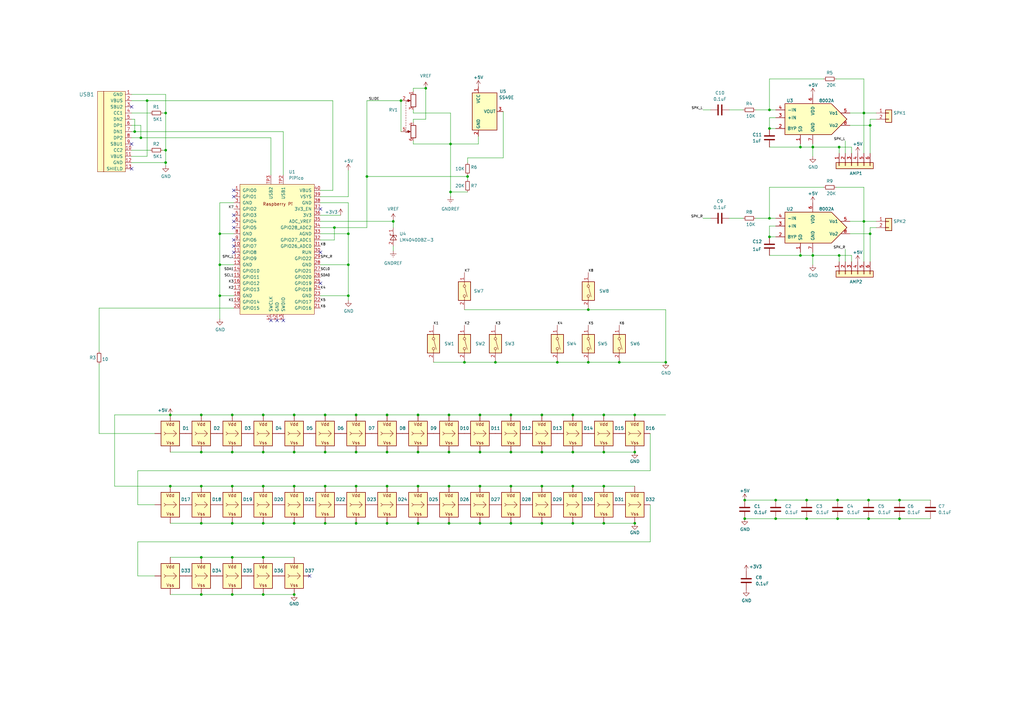
<source format=kicad_sch>
(kicad_sch (version 20231120) (generator "eeschema") (generator_version "8.0")
  (paper "A3")
  (lib_symbols
    (symbol "Connector_Generic:Conn_01x02" (pin_names (offset 1.016) hide)
      (property "Reference" "J" (at 0 2.54 0))
      (property "Value" "Conn_01x02" (at 0 -5.08 0))
      (symbol "Conn_01x02_1_1"
        (pin passive line (at -5.08 0 0) (length 3.81) (name "Pin_1") (number "1"))
        (pin passive line (at -5.08 -2.54 0) (length 3.81) (name "Pin_2") (number "2"))
      )
    )
    (symbol "Connector_Generic:Conn_01x06" (pin_names (offset 1.016) hide)
      (property "Reference" "J" (at 0 7.62 0))
      (property "Value" "Conn_01x06" (at 0 -10.16 0))
      (symbol "Conn_01x06_1_1"
        (pin passive line (at -5.08 5.08 0) (length 3.81) (name "Pin_1") (number "1"))
        (pin passive line (at -5.08 2.54 0) (length 3.81) (name "Pin_2") (number "2"))
        (pin passive line (at -5.08 0 0) (length 3.81) (name "Pin_3") (number "3"))
        (pin passive line (at -5.08 -2.54 0) (length 3.81) (name "Pin_4") (number "4"))
        (pin passive line (at -5.08 -5.08 0) (length 3.81) (name "Pin_5") (number "5"))
        (pin passive line (at -5.08 -7.62 0) (length 3.81) (name "Pin_6") (number "6"))
      )
    )
    (symbol "Device:C" (pin_numbers hide) (pin_names (offset 0.254))
      (property "Reference" "C" (at 0.635 2.54 0))
      (property "Value" "C" (at 0.635 -2.54 0))
      (symbol "C_1_1"
        (pin passive line (at 0 3.81 270) (length 2.794) (name "~") (number "1"))
        (pin passive line (at 0 -3.81 90) (length 2.794) (name "~") (number "2"))
      )
    )
    (symbol "Device:R_Potentiometer_Dual" (pin_names (offset 1.016) hide)
      (property "Reference" "RV" (at 0 3.81 0))
      (property "Value" "R_Potentiometer_Dual" (at 0 1.905 0))
      (symbol "R_Potentiometer_Dual_1_1"
        (pin passive line (at -10.16 -2.54 0) (length 1.27) (name "1") (number "1"))
        (pin passive line (at -6.35 2.54 270) (length 2.54) (name "2") (number "2"))
        (pin passive line (at -2.54 -2.54 180) (length 1.27) (name "3") (number "3"))
        (pin passive line (at 2.54 -2.54 0) (length 1.27) (name "4") (number "4"))
        (pin passive line (at 6.35 2.54 270) (length 2.54) (name "5") (number "5"))
        (pin passive line (at 10.16 -2.54 180) (length 1.27) (name "6") (number "6"))
      )
    )
    (symbol "Device:R_Small" (pin_numbers hide) (pin_names (offset 0.254) hide)
      (property "Reference" "R" (at 0.762 0.508 0))
      (property "Value" "R_Small" (at 0.762 -1.016 0))
      (symbol "R_Small_1_1"
        (pin passive line (at 0 2.54 270) (length 0.762) (name "~") (number "1"))
        (pin passive line (at 0 -2.54 90) (length 0.762) (name "~") (number "2"))
      )
    )
    (symbol "Reference_Voltage:LM4040DBZ-3" (pin_names (offset 0.0254) hide)
      (property "Reference" "U" (at 0 2.54 0))
      (property "Value" "LM4040DBZ-3" (at 0 -3.175 0))
      (symbol "LM4040DBZ-3_1_1"
        (pin passive line (at 3.81 0 180) (length 2.54) (name "K") (number "1"))
        (pin passive line (at -3.81 0 0) (length 2.54) (name "A") (number "2"))
        (pin no_connect line (at -1.27 0 0) (length 2.54) hide (name "NC") (number "3"))
      )
    )
    (symbol "Switch:SW_DIP_x01" (pin_names (offset 0) hide)
      (property "Reference" "SW" (at 0 3.81 0))
      (property "Value" "SW_DIP_x01" (at 0 -3.81 0))
      (symbol "SW_DIP_x01_1_1"
        (pin passive line (at -7.62 0 0) (length 5.08) (name "~") (number "1"))
        (pin passive line (at 7.62 0 180) (length 5.08) (name "~") (number "2"))
      )
    )
    (symbol "Type-C:HRO-TYPE-C-31-M-12" (pin_names (offset 1.016))
      (property "Reference" "USB" (at -5.08 16.51 0))
      (property "Value" "HRO-TYPE-C-31-M-12" (at -10.16 -1.27 90))
      (symbol "HRO-TYPE-C-31-M-12_1_1"
        (pin input line (at 2.54 13.97 180) (length 2.54) (name "GND") (number "1"))
        (pin input line (at 2.54 -8.89 180) (length 2.54) (name "CC2") (number "10"))
        (pin input line (at 2.54 -11.43 180) (length 2.54) (name "VBUS") (number "11"))
        (pin input line (at 2.54 -13.97 180) (length 2.54) (name "GND") (number "12"))
        (pin input line (at 2.54 -16.51 180) (length 2.54) (name "SHIELD") (number "13"))
        (pin input line (at 2.54 11.43 180) (length 2.54) (name "VBUS") (number "2"))
        (pin input line (at 2.54 8.89 180) (length 2.54) (name "SBU2") (number "3"))
        (pin input line (at 2.54 6.35 180) (length 2.54) (name "CC1") (number "4"))
        (pin input line (at 2.54 3.81 180) (length 2.54) (name "DN2") (number "5"))
        (pin input line (at 2.54 1.27 180) (length 2.54) (name "DP1") (number "6"))
        (pin input line (at 2.54 -1.27 180) (length 2.54) (name "DN1") (number "7"))
        (pin input line (at 2.54 -3.81 180) (length 2.54) (name "DP2") (number "8"))
        (pin input line (at 2.54 -6.35 180) (length 2.54) (name "SBU1") (number "9"))
      )
    )
    (symbol "geki_main:8002A" (pin_names (offset 1.016))
      (property "Reference" "U" (at 7.62 -7.62 0))
      (property "Value" "8002A" (at -10.795 7.62 0))
      (symbol "8002A_1_1"
        (pin input line (at -5.08 -10.16 90) (length 3.81) (name "SD") (number "1"))
        (pin input line (at -15.24 -3.81 0) (length 3.81) (name "BYP") (number "2"))
        (pin input line (at -15.24 0.635 0) (length 3.81) (name "+IN") (number "3"))
        (pin input line (at -15.24 3.81 0) (length 3.81) (name "-IN") (number "4"))
        (pin output line (at 15.24 2.54 180) (length 3.81) (name "Vo1") (number "5"))
        (pin power_in line (at 0 10.16 270) (length 3.81) (name "VDD") (number "6"))
        (pin power_in line (at 0 -10.16 90) (length 3.81) (name "GND") (number "7"))
        (pin output line (at 15.24 -2.54 180) (length 3.81) (name "Vo2") (number "8"))
      )
    )
    (symbol "geki_main:PiPico" (pin_names (offset 1.016))
      (property "Reference" "U" (at -13.97 27.94 0))
      (property "Value" "PiPico" (at 0.254 16.002 0))
      (symbol "PiPico_0_0"
        (text "Raspberry Pi" (at 0.254 18.542 0) (effects (font (size 1.27 1.27))))
      )
      (symbol "PiPico_1_1"
        (pin bidirectional line (at -17.78 24.13 0) (length 2.54) (name "GPIO0") (number "1"))
        (pin bidirectional line (at -17.78 1.27 0) (length 2.54) (name "GPIO7") (number "10"))
        (pin bidirectional line (at -17.78 -1.27 0) (length 2.54) (name "GPIO8") (number "11"))
        (pin bidirectional line (at -17.78 -3.81 0) (length 2.54) (name "GPIO9") (number "12"))
        (pin power_in line (at -17.78 -6.35 0) (length 2.54) (name "GND") (number "13"))
        (pin bidirectional line (at -17.78 -8.89 0) (length 2.54) (name "GPIO10") (number "14"))
        (pin bidirectional line (at -17.78 -11.43 0) (length 2.54) (name "GPIO11") (number "15"))
        (pin bidirectional line (at -17.78 -13.97 0) (length 2.54) (name "GPIO12") (number "16"))
        (pin bidirectional line (at -17.78 -16.51 0) (length 2.54) (name "GPIO13") (number "17"))
        (pin power_in line (at -17.78 -19.05 0) (length 2.54) (name "GND") (number "18"))
        (pin bidirectional line (at -17.78 -21.59 0) (length 2.54) (name "GPIO14") (number "19"))
        (pin bidirectional line (at -17.78 21.59 0) (length 2.54) (name "GPIO1") (number "2"))
        (pin bidirectional line (at -17.78 -24.13 0) (length 2.54) (name "GPIO15") (number "20"))
        (pin bidirectional line (at 17.78 -24.13 180) (length 2.54) (name "GPIO16") (number "21"))
        (pin bidirectional line (at 17.78 -21.59 180) (length 2.54) (name "GPIO17") (number "22"))
        (pin power_in line (at 17.78 -19.05 180) (length 2.54) (name "GND") (number "23"))
        (pin bidirectional line (at 17.78 -16.51 180) (length 2.54) (name "GPIO18") (number "24"))
        (pin bidirectional line (at 17.78 -13.97 180) (length 2.54) (name "GPIO19") (number "25"))
        (pin bidirectional line (at 17.78 -11.43 180) (length 2.54) (name "GPIO20") (number "26"))
        (pin bidirectional line (at 17.78 -8.89 180) (length 2.54) (name "GPIO21") (number "27"))
        (pin power_in line (at 17.78 -6.35 180) (length 2.54) (name "GND") (number "28"))
        (pin bidirectional line (at 17.78 -3.81 180) (length 2.54) (name "GPIO22") (number "29"))
        (pin power_in line (at -17.78 19.05 0) (length 2.54) (name "GND") (number "3"))
        (pin input line (at 17.78 -1.27 180) (length 2.54) (name "RUN") (number "30"))
        (pin bidirectional line (at 17.78 1.27 180) (length 2.54) (name "GPIO26_ADC0") (number "31"))
        (pin bidirectional line (at 17.78 3.81 180) (length 2.54) (name "GPIO27_ADC1") (number "32"))
        (pin power_in line (at 17.78 6.35 180) (length 2.54) (name "AGND") (number "33"))
        (pin bidirectional line (at 17.78 8.89 180) (length 2.54) (name "GPIO28_ADC2") (number "34"))
        (pin unspecified line (at 17.78 11.43 180) (length 2.54) (name "ADC_VREF") (number "35"))
        (pin unspecified line (at 17.78 13.97 180) (length 2.54) (name "3V3") (number "36"))
        (pin input line (at 17.78 16.51 180) (length 2.54) (name "3V3_EN") (number "37"))
        (pin bidirectional line (at 17.78 19.05 180) (length 2.54) (name "GND") (number "38"))
        (pin unspecified line (at 17.78 21.59 180) (length 2.54) (name "VSYS") (number "39"))
        (pin bidirectional line (at -17.78 16.51 0) (length 2.54) (name "GPIO2") (number "4"))
        (pin unspecified line (at 17.78 24.13 180) (length 2.54) (name "VBUS") (number "40"))
        (pin input line (at -2.54 -29.21 90) (length 2.54) (name "SWCLK") (number "41"))
        (pin power_in line (at 0 -29.21 90) (length 2.54) (name "GND") (number "42"))
        (pin bidirectional line (at 2.54 -29.21 90) (length 2.54) (name "SWDIO") (number "43"))
        (pin bidirectional line (at -17.78 13.97 0) (length 2.54) (name "GPIO3") (number "5"))
        (pin bidirectional line (at -17.78 11.43 0) (length 2.54) (name "GPIO4") (number "6"))
        (pin bidirectional line (at -17.78 8.89 0) (length 2.54) (name "GPIO5") (number "7"))
        (pin power_in line (at -17.78 6.35 0) (length 2.54) (name "GND") (number "8"))
        (pin bidirectional line (at -17.78 3.81 0) (length 2.54) (name "GPIO6") (number "9"))
        (pin bidirectional line (at 2.54 30.48 270) (length 3.81) (name "USB1") (number "TP2"))
        (pin bidirectional line (at -2.54 30.48 270) (length 3.81) (name "USB2") (number "TP3"))
      )
    )
    (symbol "geki_main:SS49E"
      (property "Reference" "U" (at 0 11.43 0))
      (property "Value" "SS49E" (at 0 8.89 0))
      (symbol "SS49E_1_1"
        (pin power_in line (at -2.54 10.16 270) (length 2.54) (name "VCC") (number "1"))
        (pin power_in line (at -2.54 -10.16 90) (length 2.54) (name "GND") (number "2"))
        (pin output line (at 7.62 0 180) (length 2.54) (name "VOUT") (number "3"))
      )
    )
    (symbol "geki_main:WS2812B_Unified" (pin_numbers hide) (pin_names (offset 0.254) hide)
      (property "Reference" "D10" (at 2.54 6.35 0))
      (symbol "WS2812B_Unified_0_0"
        (text "Vdd" (at 0 3.81 0) (effects (font (size 1.27 1.27))))
        (text "Vss" (at 0 -3.81 0) (effects (font (size 1.27 1.27))))
      )
      (symbol "WS2812B_Unified_1_1"
        (pin power_in line (at 0 -7.62 90) (length 2.54) (name "VSS") (number "G"))
        (pin input line (at -6.35 0 0) (length 2.54) (name "In") (number "I"))
        (pin output line (at 6.35 0 180) (length 2.54) (name "Out") (number "O"))
        (pin power_in line (at 0 7.62 270) (length 2.54) (name "VDD") (number "V"))
      )
    )
    (symbol "power:+3.3VADC" (power) (pin_names (offset 0))
      (property "Value" "+3.3VADC" (at 0 2.54 0))
      (symbol "+3.3VADC_0_0"
        (pin power_in line (at 0 0 90) (length 0) hide (name "+3.3VADC") (number "1"))
      )
    )
    (symbol "power:+3V3" (power) (pin_names (offset 0))
      (property "Value" "+3V3" (at 0 3.556 0))
      (symbol "+3V3_1_1"
        (pin power_in line (at 0 0 90) (length 0) hide (name "+3V3") (number "1"))
      )
    )
    (symbol "power:+5V" (power) (pin_names (offset 0))
      (property "Value" "+5V" (at 0 3.556 0))
      (symbol "+5V_1_1"
        (pin power_in line (at 0 0 90) (length 0) hide (name "+5V") (number "1"))
      )
    )
    (symbol "power:GND" (power) (pin_names (offset 0))
      (property "Value" "GND" (at 0 -3.81 0))
      (symbol "GND_1_1"
        (pin power_in line (at 0 0 270) (length 0) hide (name "GND") (number "1"))
      )
    )
    (symbol "power:GNDREF" (power) (pin_numbers hide) (pin_names (offset 0) hide)
      (property "Value" "GNDREF" (at 0 -3.81 0))
      (symbol "GNDREF_1_1"
        (pin power_in line (at 0 0 270) (length 0) (name "~") (number "1"))
      )
    )
  )
  (junction (at 222.25 199.39))
  (junction (at 120.65 185.42))
  (junction (at 158.75 170.18))
  (junction (at 57.785 56.515))
  (junction (at 344.17 104.775))
  (junction (at 184.15 214.63))
  (junction (at 356.235 212.725))
  (junction (at 107.95 185.42))
  (junction (at 344.17 60.325))
  (junction (at 247.65 170.18))
  (junction (at 260.35 170.18))
  (junction (at 107.95 228.6))
  (junction (at 260.35 185.42))
  (junction (at 107.95 199.39))
  (junction (at 196.85 185.42))
  (junction (at 356.87 95.885))
  (junction (at 196.85 214.63))
  (junction (at 254 148.59))
  (junction (at 171.45 170.18))
  (junction (at 95.25 214.63))
  (junction (at 184.785 59.055))
  (junction (at 209.55 199.39))
  (junction (at 273.05 148.59))
  (junction (at 82.55 199.39))
  (junction (at 146.05 170.18))
  (junction (at 133.35 185.42))
  (junction (at 315.595 52.705))
  (junction (at 69.85 199.39))
  (junction (at 234.95 214.63))
  (junction (at 120.65 170.18))
  (junction (at 146.05 185.42))
  (junction (at 318.135 212.725))
  (junction (at 174.625 36.195))
  (junction (at 315.595 97.155))
  (junction (at 305.435 205.105))
  (junction (at 120.65 243.84))
  (junction (at 196.85 170.18))
  (junction (at 234.95 185.42))
  (junction (at 328.295 60.325))
  (junction (at 164.465 41.275))
  (junction (at 158.75 199.39))
  (junction (at 146.05 214.63))
  (junction (at 90.17 121.285))
  (junction (at 171.45 199.39))
  (junction (at 95.25 243.84))
  (junction (at 241.3 127))
  (junction (at 328.295 104.775))
  (junction (at 60.325 41.275))
  (junction (at 107.95 214.63))
  (junction (at 95.25 185.42))
  (junction (at 305.435 212.725))
  (junction (at 247.65 199.39))
  (junction (at 120.65 199.39))
  (junction (at 315.595 45.085))
  (junction (at 368.935 212.725))
  (junction (at 368.935 205.105))
  (junction (at 67.945 66.675))
  (junction (at 95.25 199.39))
  (junction (at 241.3 148.59))
  (junction (at 190.5 148.59))
  (junction (at 133.35 170.18))
  (junction (at 82.55 243.84))
  (junction (at 333.375 60.325))
  (junction (at 343.535 205.105))
  (junction (at 133.35 214.63))
  (junction (at 247.65 185.42))
  (junction (at 343.535 212.725))
  (junction (at 184.15 185.42))
  (junction (at 318.135 205.105))
  (junction (at 354.33 46.355))
  (junction (at 171.45 214.63))
  (junction (at 184.15 199.39))
  (junction (at 171.45 185.42))
  (junction (at 330.835 205.105))
  (junction (at 158.75 214.63))
  (junction (at 146.05 199.39))
  (junction (at 191.77 72.39))
  (junction (at 356.235 205.105))
  (junction (at 67.945 61.595))
  (junction (at 90.17 108.585))
  (junction (at 137.16 93.345))
  (junction (at 67.945 46.355))
  (junction (at 260.35 214.63))
  (junction (at 222.25 214.63))
  (junction (at 150.495 72.39))
  (junction (at 82.55 214.63))
  (junction (at 82.55 170.18))
  (junction (at 234.95 170.18))
  (junction (at 222.25 185.42))
  (junction (at 209.55 170.18))
  (junction (at 315.595 89.535))
  (junction (at 82.55 228.6))
  (junction (at 107.95 170.18))
  (junction (at 209.55 214.63))
  (junction (at 90.17 95.885))
  (junction (at 133.35 199.39))
  (junction (at 234.95 199.39))
  (junction (at 161.29 90.805))
  (junction (at 184.785 78.74))
  (junction (at 209.55 185.42))
  (junction (at 95.25 170.18))
  (junction (at 356.87 51.435))
  (junction (at 222.25 170.18))
  (junction (at 196.85 199.39))
  (junction (at 354.33 90.805))
  (junction (at 69.85 170.18))
  (junction (at 142.875 108.585))
  (junction (at 142.875 95.885))
  (junction (at 82.55 185.42))
  (junction (at 158.75 185.42))
  (junction (at 247.65 214.63))
  (junction (at 55.245 53.975))
  (junction (at 120.65 214.63))
  (junction (at 107.95 243.84))
  (junction (at 95.25 228.6))
  (junction (at 228.6 148.59))
  (junction (at 333.375 104.775))
  (junction (at 330.835 212.725))
  (junction (at 142.875 121.285))
  (junction (at 203.2 148.59))
  (junction (at 184.15 170.18))
  (no_connect (at 113.665 131.445))
  (no_connect (at 131.445 116.205))
  (no_connect (at 95.885 100.965))
  (no_connect (at 53.975 69.215))
  (no_connect (at 53.975 43.815))
  (no_connect (at 53.975 59.055))
  (no_connect (at 131.445 103.505))
  (no_connect (at 131.445 85.725))
  (no_connect (at 111.125 131.445))
  (no_connect (at 127 236.22))
  (no_connect (at 95.885 80.645))
  (no_connect (at 95.885 98.425))
  (no_connect (at 95.885 78.105))
  (no_connect (at 95.885 88.265))
  (no_connect (at 116.205 131.445))
  (no_connect (at 95.885 103.505))
  (no_connect (at 95.885 93.345))
  (no_connect (at 95.885 90.805))
  (wire (pts (xy 315.595 92.71) (xy 318.135 92.71)))
  (wire (pts (xy 354.33 46.355) (xy 354.33 62.865)))
  (wire (pts (xy 67.945 38.735) (xy 67.945 46.355)))
  (wire (pts (xy 304.8 45.085) (xy 299.085 45.085)))
  (wire (pts (xy 131.445 88.265) (xy 139.7 88.265)))
  (wire (pts (xy 90.17 83.185) (xy 90.17 95.885)))
  (wire (pts (xy 190.5 148.59) (xy 203.2 148.59)))
  (wire (pts (xy 161.29 100.965) (xy 161.29 102.87)))
  (wire (pts (xy 171.45 185.42) (xy 184.15 185.42)))
  (wire (pts (xy 315.595 45.085) (xy 318.135 45.085)))
  (wire (pts (xy 95.25 199.39) (xy 107.95 199.39)))
  (wire (pts (xy 222.25 199.39) (xy 234.95 199.39)))
  (wire (pts (xy 222.25 185.42) (xy 234.95 185.42)))
  (wire (pts (xy 120.65 214.63) (xy 133.35 214.63)))
  (wire (pts (xy 131.445 121.285) (xy 142.875 121.285)))
  (wire (pts (xy 169.545 48.895) (xy 174.625 48.895)))
  (wire (pts (xy 368.935 212.725) (xy 381.635 212.725)))
  (wire (pts (xy 53.975 53.975) (xy 55.245 53.975)))
  (wire (pts (xy 315.595 52.705) (xy 318.135 52.705)))
  (wire (pts (xy 247.65 170.18) (xy 260.35 170.18)))
  (wire (pts (xy 60.325 64.135) (xy 60.325 41.275)))
  (wire (pts (xy 46.99 199.39) (xy 69.85 199.39)))
  (wire (pts (xy 133.35 170.18) (xy 146.05 170.18)))
  (wire (pts (xy 142.875 83.185) (xy 142.875 95.885)))
  (wire (pts (xy 356.87 51.435) (xy 356.87 62.865)))
  (wire (pts (xy 333.375 60.325) (xy 344.17 60.325)))
  (wire (pts (xy 95.25 185.42) (xy 107.95 185.42)))
  (wire (pts (xy 191.77 64.77) (xy 206.375 64.77)))
  (wire (pts (xy 196.85 185.42) (xy 209.55 185.42)))
  (wire (pts (xy 348.615 90.805) (xy 354.33 90.805)))
  (wire (pts (xy 131.445 78.105) (xy 136.525 78.105)))
  (wire (pts (xy 328.295 59.055) (xy 328.295 60.325)))
  (wire (pts (xy 354.33 46.355) (xy 354.33 32.385)))
  (wire (pts (xy 82.55 228.6) (xy 95.25 228.6)))
  (wire (pts (xy 234.95 170.18) (xy 247.65 170.18)))
  (wire (pts (xy 348.615 46.355) (xy 354.33 46.355)))
  (wire (pts (xy 56.515 193.04) (xy 56.515 207.01)))
  (wire (pts (xy 354.33 107.315) (xy 354.33 90.805)))
  (wire (pts (xy 95.25 243.84) (xy 107.95 243.84)))
  (wire (pts (xy 111.125 56.515) (xy 57.785 56.515)))
  (wire (pts (xy 184.785 59.055) (xy 196.215 59.055)))
  (wire (pts (xy 146.05 199.39) (xy 158.75 199.39)))
  (wire (pts (xy 328.295 60.325) (xy 333.375 60.325)))
  (wire (pts (xy 241.3 127) (xy 273.05 127)))
  (wire (pts (xy 241.3 148.59) (xy 254 148.59)))
  (wire (pts (xy 171.45 214.63) (xy 184.15 214.63)))
  (wire (pts (xy 315.595 97.155) (xy 318.135 97.155)))
  (wire (pts (xy 315.595 76.835) (xy 315.595 89.535)))
  (wire (pts (xy 131.445 90.805) (xy 161.29 90.805)))
  (wire (pts (xy 273.05 127) (xy 273.05 148.59)))
  (wire (pts (xy 133.35 199.39) (xy 146.05 199.39)))
  (wire (pts (xy 191.77 66.675) (xy 191.77 64.77)))
  (wire (pts (xy 333.375 60.325) (xy 333.375 59.055)))
  (wire (pts (xy 234.95 185.42) (xy 247.65 185.42)))
  (wire (pts (xy 196.215 55.88) (xy 196.215 59.055)))
  (wire (pts (xy 209.55 199.39) (xy 222.25 199.39)))
  (wire (pts (xy 328.295 104.775) (xy 333.375 104.775)))
  (wire (pts (xy 90.17 95.885) (xy 90.17 108.585)))
  (wire (pts (xy 142.875 121.285) (xy 142.875 123.19)))
  (wire (pts (xy 164.465 41.275) (xy 164.465 53.975)))
  (wire (pts (xy 333.375 108.585) (xy 333.375 104.775)))
  (wire (pts (xy 184.785 59.055) (xy 184.785 78.74)))
  (wire (pts (xy 133.35 185.42) (xy 146.05 185.42)))
  (wire (pts (xy 318.135 205.105) (xy 330.835 205.105)))
  (wire (pts (xy 354.33 90.805) (xy 354.33 76.835)))
  (wire (pts (xy 222.25 214.63) (xy 234.95 214.63)))
  (wire (pts (xy 288.29 89.535) (xy 291.465 89.535)))
  (wire (pts (xy 120.65 170.18) (xy 133.35 170.18)))
  (wire (pts (xy 116.205 71.755) (xy 116.205 53.975)))
  (wire (pts (xy 55.245 48.895) (xy 55.245 53.975)))
  (wire (pts (xy 234.95 214.63) (xy 247.65 214.63)))
  (wire (pts (xy 333.375 64.135) (xy 333.375 60.325)))
  (wire (pts (xy 116.205 53.975) (xy 55.245 53.975)))
  (wire (pts (xy 82.55 243.84) (xy 95.25 243.84)))
  (wire (pts (xy 330.835 212.725) (xy 343.535 212.725)))
  (wire (pts (xy 69.85 214.63) (xy 82.55 214.63)))
  (wire (pts (xy 169.545 59.055) (xy 169.545 57.785)))
  (wire (pts (xy 46.99 170.18) (xy 69.85 170.18)))
  (wire (pts (xy 209.55 170.18) (xy 222.25 170.18)))
  (wire (pts (xy 137.16 93.345) (xy 150.495 93.345)))
  (wire (pts (xy 46.99 170.18) (xy 46.99 199.39)))
  (wire (pts (xy 184.785 59.055) (xy 169.545 59.055)))
  (wire (pts (xy 150.495 41.275) (xy 164.465 41.275)))
  (wire (pts (xy 53.975 66.675) (xy 67.945 66.675)))
  (wire (pts (xy 57.785 51.435) (xy 57.785 56.515)))
  (wire (pts (xy 158.75 214.63) (xy 171.45 214.63)))
  (wire (pts (xy 174.625 36.195) (xy 174.625 48.895)))
  (wire (pts (xy 260.35 170.18) (xy 273.05 170.18)))
  (wire (pts (xy 177.8 148.59) (xy 190.5 148.59)))
  (wire (pts (xy 337.82 32.385) (xy 315.595 32.385)))
  (wire (pts (xy 40.64 126.365) (xy 40.64 144.145)))
  (wire (pts (xy 111.125 71.755) (xy 111.125 56.515)))
  (wire (pts (xy 82.55 170.18) (xy 95.25 170.18)))
  (wire (pts (xy 150.495 72.39) (xy 191.77 72.39)))
  (wire (pts (xy 82.55 199.39) (xy 95.25 199.39)))
  (wire (pts (xy 120.65 185.42) (xy 133.35 185.42)))
  (wire (pts (xy 356.87 48.895) (xy 359.41 48.895)))
  (wire (pts (xy 328.295 103.505) (xy 328.295 104.775)))
  (wire (pts (xy 95.25 228.6) (xy 107.95 228.6)))
  (wire (pts (xy 333.375 104.775) (xy 344.17 104.775)))
  (wire (pts (xy 348.615 51.435) (xy 356.87 51.435)))
  (wire (pts (xy 184.785 46.355) (xy 184.785 59.055)))
  (wire (pts (xy 137.16 93.345) (xy 137.16 98.425)))
  (wire (pts (xy 305.435 212.725) (xy 318.135 212.725)))
  (wire (pts (xy 171.45 170.18) (xy 184.15 170.18)))
  (wire (pts (xy 133.35 214.63) (xy 146.05 214.63)))
  (wire (pts (xy 354.33 46.355) (xy 359.41 46.355)))
  (wire (pts (xy 53.975 64.135) (xy 60.325 64.135)))
  (wire (pts (xy 150.495 72.39) (xy 150.495 93.345)))
  (wire (pts (xy 266.7 193.04) (xy 56.515 193.04)))
  (wire (pts (xy 60.325 41.275) (xy 136.525 41.275)))
  (wire (pts (xy 266.7 207.01) (xy 266.7 222.25)))
  (wire (pts (xy 315.595 48.26) (xy 315.595 52.705)))
  (wire (pts (xy 184.15 199.39) (xy 196.85 199.39)))
  (wire (pts (xy 234.95 199.39) (xy 247.65 199.39)))
  (wire (pts (xy 53.975 56.515) (xy 57.785 56.515)))
  (wire (pts (xy 95.25 170.18) (xy 107.95 170.18)))
  (wire (pts (xy 315.595 48.26) (xy 318.135 48.26)))
  (wire (pts (xy 107.95 243.84) (xy 120.65 243.84)))
  (wire (pts (xy 196.85 199.39) (xy 209.55 199.39)))
  (wire (pts (xy 53.975 61.595) (xy 61.595 61.595)))
  (wire (pts (xy 356.87 51.435) (xy 356.87 48.895)))
  (wire (pts (xy 196.85 214.63) (xy 209.55 214.63)))
  (wire (pts (xy 56.515 236.22) (xy 63.5 236.22)))
  (wire (pts (xy 107.95 214.63) (xy 120.65 214.63)))
  (wire (pts (xy 107.95 185.42) (xy 120.65 185.42)))
  (wire (pts (xy 337.82 76.835) (xy 315.595 76.835)))
  (wire (pts (xy 90.17 108.585) (xy 90.17 121.285)))
  (wire (pts (xy 318.135 212.725) (xy 330.835 212.725)))
  (wire (pts (xy 53.975 46.355) (xy 61.595 46.355)))
  (wire (pts (xy 120.65 199.39) (xy 133.35 199.39)))
  (wire (pts (xy 344.17 60.325) (xy 344.17 62.865)))
  (wire (pts (xy 342.9 32.385) (xy 354.33 32.385)))
  (wire (pts (xy 309.88 45.085) (xy 315.595 45.085)))
  (wire (pts (xy 330.835 205.105) (xy 343.535 205.105)))
  (wire (pts (xy 107.95 170.18) (xy 120.65 170.18)))
  (wire (pts (xy 344.17 104.775) (xy 344.17 107.315)))
  (wire (pts (xy 161.29 93.345) (xy 161.29 90.805)))
  (wire (pts (xy 69.85 243.84) (xy 82.55 243.84)))
  (wire (pts (xy 40.64 149.225) (xy 40.64 177.8)))
  (wire (pts (xy 247.65 185.42) (xy 260.35 185.42)))
  (wire (pts (xy 67.945 61.595) (xy 66.675 61.595)))
  (wire (pts (xy 309.88 89.535) (xy 315.595 89.535)))
  (wire (pts (xy 169.545 46.355) (xy 184.785 46.355)))
  (wire (pts (xy 53.975 38.735) (xy 67.945 38.735)))
  (wire (pts (xy 53.975 41.275) (xy 60.325 41.275)))
  (wire (pts (xy 82.55 214.63) (xy 95.25 214.63)))
  (wire (pts (xy 315.595 89.535) (xy 318.135 89.535)))
  (wire (pts (xy 131.445 83.185) (xy 142.875 83.185)))
  (wire (pts (xy 184.15 185.42) (xy 196.85 185.42)))
  (wire (pts (xy 107.95 228.6) (xy 120.65 228.6)))
  (wire (pts (xy 174.625 36.195) (xy 169.545 36.195)))
  (wire (pts (xy 356.235 212.725) (xy 368.935 212.725)))
  (wire (pts (xy 158.75 170.18) (xy 171.45 170.18)))
  (wire (pts (xy 304.8 89.535) (xy 299.085 89.535)))
  (wire (pts (xy 95.885 83.185) (xy 90.17 83.185)))
  (wire (pts (xy 90.17 121.285) (xy 95.885 121.285)))
  (wire (pts (xy 142.875 108.585) (xy 142.875 121.285)))
  (wire (pts (xy 206.375 45.72) (xy 206.375 64.77)))
  (wire (pts (xy 247.65 199.39) (xy 260.35 199.39)))
  (wire (pts (xy 247.65 214.63) (xy 260.35 214.63)))
  (wire (pts (xy 69.85 228.6) (xy 82.55 228.6)))
  (wire (pts (xy 342.9 76.835) (xy 354.33 76.835)))
  (wire (pts (xy 142.875 80.645) (xy 142.875 69.85)))
  (wire (pts (xy 146.05 185.42) (xy 158.75 185.42)))
  (wire (pts (xy 158.75 185.42) (xy 171.45 185.42)))
  (wire (pts (xy 228.6 148.59) (xy 241.3 148.59)))
  (wire (pts (xy 209.55 214.63) (xy 222.25 214.63)))
  (wire (pts (xy 333.375 104.775) (xy 333.375 103.505)))
  (wire (pts (xy 356.235 205.105) (xy 368.935 205.105)))
  (wire (pts (xy 315.595 60.325) (xy 328.295 60.325)))
  (wire (pts (xy 190.5 127) (xy 241.3 127)))
  (wire (pts (xy 131.445 108.585) (xy 142.875 108.585)))
  (wire (pts (xy 266.7 222.25) (xy 56.515 222.25)))
  (wire (pts (xy 344.17 60.325) (xy 349.25 60.325)))
  (wire (pts (xy 67.945 46.355) (xy 67.945 61.595)))
  (wire (pts (xy 349.25 104.775) (xy 349.25 107.315)))
  (wire (pts (xy 184.15 214.63) (xy 196.85 214.63)))
  (wire (pts (xy 82.55 185.42) (xy 95.25 185.42)))
  (wire (pts (xy 142.875 95.885) (xy 142.875 108.585)))
  (wire (pts (xy 196.85 170.18) (xy 209.55 170.18)))
  (wire (pts (xy 191.77 71.755) (xy 191.77 72.39)))
  (wire (pts (xy 67.945 66.675) (xy 67.945 67.945)))
  (wire (pts (xy 349.25 60.325) (xy 349.25 62.865)))
  (wire (pts (xy 56.515 222.25) (xy 56.515 236.22)))
  (wire (pts (xy 191.77 72.39) (xy 191.77 73.66)))
  (wire (pts (xy 343.535 212.725) (xy 356.235 212.725)))
  (wire (pts (xy 266.7 177.8) (xy 266.7 193.04)))
  (wire (pts (xy 161.29 90.17) (xy 161.29 90.805)))
  (wire (pts (xy 344.17 104.775) (xy 349.25 104.775)))
  (wire (pts (xy 315.595 104.775) (xy 328.295 104.775)))
  (wire (pts (xy 184.785 78.74) (xy 184.785 80.645)))
  (wire (pts (xy 69.85 199.39) (xy 82.55 199.39)))
  (wire (pts (xy 131.445 95.885) (xy 142.875 95.885)))
  (wire (pts (xy 171.45 199.39) (xy 184.15 199.39)))
  (wire (pts (xy 209.55 185.42) (xy 222.25 185.42)))
  (wire (pts (xy 137.16 98.425) (xy 131.445 98.425)))
  (wire (pts (xy 184.785 78.74) (xy 191.77 78.74)))
  (wire (pts (xy 146.05 170.18) (xy 158.75 170.18)))
  (wire (pts (xy 184.15 170.18) (xy 196.85 170.18)))
  (wire (pts (xy 356.87 95.885) (xy 356.87 107.315)))
  (wire (pts (xy 40.64 177.8) (xy 63.5 177.8)))
  (wire (pts (xy 53.975 51.435) (xy 57.785 51.435)))
  (wire (pts (xy 67.945 61.595) (xy 67.945 66.675)))
  (wire (pts (xy 95.25 214.63) (xy 107.95 214.63)))
  (wire (pts (xy 315.595 32.385) (xy 315.595 45.085)))
  (wire (pts (xy 56.515 207.01) (xy 63.5 207.01)))
  (wire (pts (xy 131.445 93.345) (xy 137.16 93.345)))
  (wire (pts (xy 315.595 92.71) (xy 315.595 97.155)))
  (wire (pts (xy 222.25 170.18) (xy 234.95 170.18)))
  (wire (pts (xy 346.71 102.235) (xy 346.71 107.315)))
  (wire (pts (xy 305.435 205.105) (xy 318.135 205.105)))
  (wire (pts (xy 53.975 48.895) (xy 55.245 48.895)))
  (wire (pts (xy 90.17 95.885) (xy 95.885 95.885)))
  (wire (pts (xy 346.71 57.785) (xy 346.71 62.865)))
  (wire (pts (xy 67.945 46.355) (xy 66.675 46.355)))
  (wire (pts (xy 69.85 185.42) (xy 82.55 185.42)))
  (wire (pts (xy 356.87 93.345) (xy 356.87 95.885)))
  (wire (pts (xy 288.29 45.085) (xy 291.465 45.085)))
  (wire (pts (xy 40.64 126.365) (xy 95.885 126.365)))
  (wire (pts (xy 254 148.59) (xy 273.05 148.59)))
  (wire (pts (xy 69.85 170.18) (xy 82.55 170.18)))
  (wire (pts (xy 158.75 199.39) (xy 171.45 199.39)))
  (wire (pts (xy 169.545 36.195) (xy 169.545 37.465)))
  (wire (pts (xy 90.17 121.285) (xy 90.17 130.81)))
  (wire (pts (xy 90.17 108.585) (xy 95.885 108.585)))
  (wire (pts (xy 348.615 95.885) (xy 356.87 95.885)))
  (wire (pts (xy 343.535 205.105) (xy 356.235 205.105)))
  (wire (pts (xy 131.445 80.645) (xy 142.875 80.645)))
  (wire (pts (xy 359.41 93.345) (xy 356.87 93.345)))
  (wire (pts (xy 169.545 46.355) (xy 169.545 45.085)))
  (wire (pts (xy 136.525 41.275) (xy 136.525 78.105)))
  (wire (pts (xy 150.495 41.275) (xy 150.495 72.39)))
  (wire (pts (xy 107.95 199.39) (xy 120.65 199.39)))
  (wire (pts (xy 368.935 205.105) (xy 381.635 205.105)))
  (wire (pts (xy 203.2 148.59) (xy 228.6 148.59)))
  (wire (pts (xy 146.05 214.63) (xy 158.75 214.63)))
  (wire (pts (xy 354.33 90.805) (xy 359.41 90.805)))
  (wire (pts (xy 169.545 48.895) (xy 169.545 50.165)))
  (label "K1" (at 95.885 123.825 180) (effects (font (size 1 1))))
  (label "K6" (at 254 133.35 0) (effects (font (size 1 1))))
  (label "SDA0" (at 131.445 113.665 0) (effects (font (size 1 1))))
  (label "SPK_R" (at 131.445 106.045 0) (effects (font (size 1 1))))
  (label "K3" (at 203.2 133.35 0) (effects (font (size 1 1))))
  (label "SLIDE" (at 155.575 41.275 180) (effects (font (size 1 1))))
  (label "K5" (at 241.3 133.35 0) (effects (font (size 1 1))))
  (label "K6" (at 131.445 126.365 0) (effects (font (size 1 1))))
  (label "SCL1" (at 95.885 113.665 180) (effects (font (size 1 1))))
  (label "SPK_L" (at 288.29 45.085 180) (effects (font (size 1 1))))
  (label "K4" (at 228.6 133.35 0) (effects (font (size 1 1))))
  (label "K7" (at 95.885 85.725 180) (effects (font (size 1 1))))
  (label "SDA1" (at 95.885 111.125 180) (effects (font (size 1 1))))
  (label "SPK_R" (at 346.71 102.235 180) (effects (font (size 1 1))))
  (label "SPK_R" (at 288.29 89.535 180) (effects (font (size 1 1))))
  (label "K4" (at 131.445 118.745 0) (effects (font (size 1 1))))
  (label "K5" (at 131.445 123.825 0) (effects (font (size 1 1))))
  (label "K2" (at 95.885 118.745 180) (effects (font (size 1 1))))
  (label "SPK_L" (at 95.885 106.045 180) (effects (font (size 1 1))))
  (label "K3" (at 95.885 116.205 180) (effects (font (size 1 1))))
  (label "K2" (at 190.5 133.35 0) (effects (font (size 1 1))))
  (label "K8" (at 131.445 100.965 0) (effects (font (size 1 1))))
  (label "K7" (at 190.5 111.76 0) (effects (font (size 1 1))))
  (label "SPK_L" (at 346.71 57.785 180) (effects (font (size 1 1))))
  (label "SCL0" (at 131.445 111.125 0) (effects (font (size 1 1))))
  (label "K1" (at 177.8 133.35 0) (effects (font (size 1 1))))
  (label "K8" (at 241.3 111.76 0) (effects (font (size 1 1))))
  (symbol (lib_id "Type-C:HRO-TYPE-C-31-M-12") (at 51.435 52.705 0) (unit 1)
    (property "Reference" "USB1" (at 32.385 38.735 0) (effects (font (size 1.524 1.524)) (justify left)))
    (property "Value" "U262-161N-4BVC11" (effects (hide yes)))
    (property "Footprint" "Type-C:HRO-TYPE-C-31-M-12-Assembly" (effects (hide yes)))
    (property "LCSC" "C319148" (effects (hide yes)))
  )
  (symbol (lib_id "power:GND") (at 67.945 67.945 0) (unit 1)
    (property "Reference" "#PWR0112" (effects (hide yes)))
    (property "Value" "GND" (at 68.072 72.3392 0))
  )
  (symbol (lib_id "Device:R_Small") (at 64.135 61.595 90) (unit 1)
    (property "Reference" "R2" (at 65.405 59.055 90) (effects (justify left)))
    (property "Value" "5K1" (at 66.675 64.135 90) (effects (justify left)))
    (property "Footprint" "Resistor_SMD:R_0603_1608Metric" (effects (hide yes)))
    (property "LCSC" "C23186" (effects (hide yes)))
  )
  (symbol (lib_id "Device:R_Small") (at 64.135 46.355 90) (unit 1)
    (property "Reference" "R1" (at 65.405 43.815 90) (effects (justify left)))
    (property "Value" "5K1" (at 66.675 48.895 90) (effects (justify left)))
    (property "Footprint" "Resistor_SMD:R_0603_1608Metric" (effects (hide yes)))
    (property "LCSC" "C23186" (effects (hide yes)))
  )
  (symbol (lib_id "Connector_Generic:Conn_01x02") (at 364.49 90.805 0) (unit 1)
    (property "Reference" "SPK2" (at 366.395 90.805 0) (effects (justify left)))
    (property "Value" "Conn_01x02" (effects (hide yes)))
    (property "Footprint" "geki_main:Solder_2P" (effects (hide yes)))
    (property "Description" "Generic connector, single row, 01x02, script generated (kicad-library-utils/schlib/autogen/connector/)" (effects (hide yes)))
  )
  (symbol (lib_id "Connector_Generic:Conn_01x06") (at 349.25 67.945 90) (mirror x) (unit 1)
    (property "Reference" "AMP1" (at 353.695 71.12 90) (effects (justify left)))
    (property "Value" "Conn_01x06" (effects (hide yes)))
    (property "Footprint" "geki_main:8002A_TAP" (effects (hide yes)))
    (property "Description" "Generic connector, single row, 01x06, script generated (kicad-library-utils/schlib/autogen/connector/)" (effects (hide yes)))
  )
  (symbol (lib_id "power:GND") (at 260.35 214.63 0) (unit 1)
    (property "Reference" "#PWR07" (effects (hide yes)))
    (property "Value" "GND" (at 260.35 218.44 0))
  )
  (symbol (lib_id "Device:C") (at 343.535 208.915 0) (unit 1)
    (property "Reference" "C4" (at 347.345 207.6449 0) (effects (justify left)))
    (property "Value" "0.1uF" (at 347.345 210.1849 0) (effects (justify left)))
    (property "Footprint" "Capacitor_SMD:C_0603_1608Metric_Pad1.08x0.95mm_HandSolder" (effects (hide yes)))
  )
  (symbol (lib_id "Device:R_Small") (at 307.34 45.085 90) (unit 1)
    (property "Reference" "R4" (at 308.61 42.545 90) (effects (justify left)))
    (property "Value" "10K" (at 309.88 47.625 90) (effects (justify left)))
    (property "Footprint" "Resistor_SMD:R_0603_1608Metric" (effects (hide yes)))
    (property "LCSC" "C23186" (effects (hide yes)))
  )
  (symbol (lib_id "Device:C") (at 330.835 208.915 0) (unit 1)
    (property "Reference" "C3" (at 334.645 207.6449 0) (effects (justify left)))
    (property "Value" "0.1uF" (at 334.645 210.1849 0) (effects (justify left)))
    (property "Footprint" "Capacitor_SMD:C_0603_1608Metric_Pad1.08x0.95mm_HandSolder" (effects (hide yes)))
  )
  (symbol (lib_id "geki_main:WS2812B_Unified") (at 171.45 177.8 0) (unit 1)
    (property "Reference" "D9" (at 177.8 175.641 0))
    (property "Value" "WS2812B_Unified" (effects (hide yes)))
    (property "Footprint" "geki_main:WS2812B-4020_UP" (effects (hide yes)))
  )
  (symbol (lib_id "geki_main:WS2812B_Unified") (at 69.85 177.8 0) (unit 1)
    (property "Reference" "D1" (at 76.2 175.641 0))
    (property "Value" "WS2812B_Unified" (effects (hide yes)))
    (property "Footprint" "geki_main:WS2812B-2835" (effects (hide yes)))
  )
  (symbol (lib_id "power:+3V3") (at 306.07 234.315 0) (unit 1)
    (property "Reference" "#PWR0105" (effects (hide yes)))
    (property "Value" "+3V3" (at 309.88 232.41 0))
  )
  (symbol (lib_id "power:GND") (at 306.07 241.935 0) (unit 1)
    (property "Reference" "#PWR0116" (effects (hide yes)))
    (property "Value" "GND" (at 306.197 246.3292 0))
  )
  (symbol (lib_id "Switch:SW_DIP_x01") (at 190.5 119.38 270) (unit 1)
    (property "Reference" "SW7" (at 194.31 119.3799 90) (effects (justify left)))
    (property "Value" "SW_DIP_x01" (effects (hide yes)))
    (property "Footprint" "geki_main:SW_Kailh_Choc_V1V2_1.00u_LED" (effects (hide yes)))
  )
  (symbol (lib_id "Device:R_Small") (at 40.64 146.685 180) (unit 1)
    (property "Reference" "R3" (at 39.37 146.685 0) (effects (justify left)))
    (property "Value" "10" (at 44.45 147.32 0) (effects (justify left)))
    (property "Footprint" "Resistor_SMD:R_0603_1608Metric" (effects (hide yes)))
    (property "LCSC" "C23186" (effects (hide yes)))
  )
  (symbol (lib_id "geki_main:WS2812B_Unified") (at 107.95 236.22 0) (unit 1)
    (property "Reference" "D36" (at 114.3 234.061 0))
    (property "Value" "WS2812B_Unified" (effects (hide yes)))
    (property "Footprint" "geki_main:WS2812B-4020" (effects (hide yes)))
  )
  (symbol (lib_id "power:GND") (at 90.17 130.81 0) (unit 1)
    (property "Reference" "#PWR0125" (effects (hide yes)))
    (property "Value" "GND" (at 90.297 135.2042 0))
  )
  (symbol (lib_id "power:+5V") (at 196.215 35.56 0) (unit 1)
    (property "Reference" "#PWR06" (effects (hide yes)))
    (property "Value" "+5V" (at 196.215 31.75 0))
  )
  (symbol (lib_id "power:GND") (at 142.875 123.19 0) (unit 1)
    (property "Reference" "#PWR0103" (effects (hide yes)))
    (property "Value" "GND" (at 143.002 127.5842 0))
  )
  (symbol (lib_id "geki_main:WS2812B_Unified") (at 120.65 207.01 0) (unit 1)
    (property "Reference" "D21" (at 127 204.851 0))
    (property "Value" "WS2812B_Unified" (effects (hide yes)))
    (property "Footprint" "geki_main:WS2812B-4020_UP" (effects (hide yes)))
  )
  (symbol (lib_id "geki_main:WS2812B_Unified") (at 184.15 177.8 0) (unit 1)
    (property "Reference" "D10" (at 190.5 175.641 0))
    (property "Value" "WS2812B_Unified" (effects (hide yes)))
    (property "Footprint" "geki_main:WS2812B-4020_UP" (effects (hide yes)))
  )
  (symbol (lib_id "geki_main:WS2812B_Unified") (at 69.85 236.22 0) (unit 1)
    (property "Reference" "D33" (at 76.2 234.061 0))
    (property "Value" "WS2812B_Unified" (effects (hide yes)))
    (property "Footprint" "geki_main:WS2812B-4020_UP" (effects (hide yes)))
  )
  (symbol (lib_id "geki_main:WS2812B_Unified") (at 222.25 177.8 0) (unit 1)
    (property "Reference" "D13" (at 228.6 175.641 0))
    (property "Value" "WS2812B_Unified" (effects (hide yes)))
    (property "Footprint" "geki_main:WS2812B-4020_UP" (effects (hide yes)))
  )
  (symbol (lib_id "geki_main:WS2812B_Unified") (at 82.55 236.22 0) (unit 1)
    (property "Reference" "D34" (at 88.9 234.061 0))
    (property "Value" "WS2812B_Unified" (effects (hide yes)))
    (property "Footprint" "geki_main:WS2812B-4020" (effects (hide yes)))
  )
  (symbol (lib_id "geki_main:WS2812B_Unified") (at 222.25 207.01 0) (unit 1)
    (property "Reference" "D29" (at 228.6 204.851 0))
    (property "Value" "WS2812B_Unified" (effects (hide yes)))
    (property "Footprint" "geki_main:WS2812B-4020_UP" (effects (hide yes)))
  )
  (symbol (lib_id "power:GNDREF") (at 184.785 80.645 0) (unit 1)
    (property "Reference" "#PWR04" (effects (hide yes)))
    (property "Value" "GNDREF" (at 184.785 85.725 0))
    (property "Description" "Power symbol creates a global label with name \"GNDREF\" , reference supply ground" (effects (hide yes)))
  )
  (symbol (lib_id "Device:C") (at 306.07 238.125 0) (unit 1)
    (property "Reference" "C8" (at 309.88 236.8549 0) (effects (justify left)))
    (property "Value" "0.1uF" (at 309.88 239.3949 0) (effects (justify left)))
    (property "Footprint" "Capacitor_SMD:C_0603_1608Metric_Pad1.08x0.95mm_HandSolder" (effects (hide yes)))
  )
  (symbol (lib_id "Device:R_Small") (at 191.77 69.215 0) (unit 1)
    (property "Reference" "R6" (at 193.04 68.58 0) (effects (justify left)))
    (property "Value" "10K" (at 186.69 69.215 0) (effects (justify left)))
    (property "Footprint" "Resistor_SMD:R_0603_1608Metric" (effects (hide yes)))
    (property "LCSC" "C23186" (effects (hide yes)))
  )
  (symbol (lib_id "Switch:SW_DIP_x01") (at 203.2 140.97 270) (unit 1)
    (property "Reference" "SW3" (at 207.01 140.9699 90) (effects (justify left)))
    (property "Value" "SW_DIP_x01" (effects (hide yes)))
    (property "Footprint" "geki_main:SW_Kailh_Choc_V1V2_1.00u_LED" (effects (hide yes)))
  )
  (symbol (lib_id "geki_main:8002A") (at 333.375 93.345 0) (unit 1)
    (property "Reference" "U2" (at 322.58 85.725 0) (effects (justify left)))
    (property "Value" "8002A" (at 335.915 85.725 0) (effects (justify left)))
    (property "Footprint" "Package_SO:SO-8_3.9x4.9mm_P1.27mm" (effects (hide yes)))
  )
  (symbol (lib_id "Device:C") (at 381.635 208.915 0) (unit 1)
    (property "Reference" "C7" (at 384.81 207.6449 0) (effects (justify left)))
    (property "Value" "0.1uF" (at 384.81 210.1849 0) (effects (justify left)))
    (property "Footprint" "Capacitor_SMD:C_0603_1608Metric_Pad1.08x0.95mm_HandSolder" (effects (hide yes)))
  )
  (symbol (lib_id "power:+3.3VADC") (at 174.625 36.195 0) (unit 1)
    (property "Reference" "#PWR05" (effects (hide yes)))
    (property "Value" "VREF" (at 174.625 31.115 0))
  )
  (symbol (lib_id "power:+5V") (at 351.79 62.865 0) (unit 1)
    (property "Reference" "#PWR011" (effects (hide yes)))
    (property "Value" "+5V" (at 351.79 59.055 0))
  )
  (symbol (lib_id "power:GND") (at 333.375 64.135 0) (unit 1)
    (property "Reference" "#PWR0104" (effects (hide yes)))
    (property "Value" "GND" (at 333.502 68.5292 0))
  )
  (symbol (lib_id "Switch:SW_DIP_x01") (at 254 140.97 270) (unit 1)
    (property "Reference" "SW6" (at 258.445 140.9699 90) (effects (justify left)))
    (property "Value" "SW_DIP_x01" (effects (hide yes)))
    (property "Footprint" "geki_main:SW_Kailh_Choc_V1V2_1.00u_LED" (effects (hide yes)))
  )
  (symbol (lib_id "Connector_Generic:Conn_01x06") (at 349.25 112.395 90) (mirror x) (unit 1)
    (property "Reference" "AMP2" (at 353.695 115.57 90) (effects (justify left)))
    (property "Value" "Conn_01x06" (effects (hide yes)))
    (property "Footprint" "geki_main:8002A_TAP" (effects (hide yes)))
    (property "Description" "Generic connector, single row, 01x06, script generated (kicad-library-utils/schlib/autogen/connector/)" (effects (hide yes)))
  )
  (symbol (lib_id "power:+3.3VADC") (at 161.29 90.17 0) (unit 1)
    (property "Reference" "#PWR02" (effects (hide yes)))
    (property "Value" "VREF" (at 161.29 85.725 0))
  )
  (symbol (lib_id "geki_main:WS2812B_Unified") (at 196.85 177.8 0) (unit 1)
    (property "Reference" "D11" (at 203.2 175.641 0))
    (property "Value" "WS2812B_Unified" (effects (hide yes)))
    (property "Footprint" "geki_main:WS2812B-4020_UP" (effects (hide yes)))
  )
  (symbol (lib_id "geki_main:WS2812B_Unified") (at 260.35 207.01 0) (unit 1)
    (property "Reference" "D32" (at 266.7 204.851 0))
    (property "Value" "WS2812B_Unified" (effects (hide yes)))
    (property "Footprint" "geki_main:WS2812B-4020_UP" (effects (hide yes)))
  )
  (symbol (lib_id "geki_main:WS2812B_Unified") (at 209.55 177.8 0) (unit 1)
    (property "Reference" "D12" (at 215.9 175.641 0))
    (property "Value" "WS2812B_Unified" (effects (hide yes)))
    (property "Footprint" "geki_main:WS2812B-4020_UP" (effects (hide yes)))
  )
  (symbol (lib_id "geki_main:WS2812B_Unified") (at 158.75 207.01 0) (unit 1)
    (property "Reference" "D24" (at 165.1 204.851 0))
    (property "Value" "WS2812B_Unified" (effects (hide yes)))
    (property "Footprint" "geki_main:WS2812B-4020_UP" (effects (hide yes)))
  )
  (symbol (lib_id "Device:C") (at 356.235 208.915 0) (unit 1)
    (property "Reference" "C5" (at 360.045 207.6449 0) (effects (justify left)))
    (property "Value" "0.1uF" (at 360.045 210.1849 0) (effects (justify left)))
    (property "Footprint" "Capacitor_SMD:C_0603_1608Metric_Pad1.08x0.95mm_HandSolder" (effects (hide yes)))
  )
  (symbol (lib_id "geki_main:WS2812B_Unified") (at 234.95 207.01 0) (unit 1)
    (property "Reference" "D30" (at 241.3 204.851 0))
    (property "Value" "WS2812B_Unified" (effects (hide yes)))
    (property "Footprint" "geki_main:WS2812B-4020_UP" (effects (hide yes)))
  )
  (symbol (lib_id "power:+5V") (at 142.875 69.85 0) (unit 1)
    (property "Reference" "#PWR01" (effects (hide yes)))
    (property "Value" "+5V" (at 142.875 66.04 0))
  )
  (symbol (lib_id "Device:C") (at 368.935 208.915 0) (unit 1)
    (property "Reference" "C6" (at 372.11 207.6449 0) (effects (justify left)))
    (property "Value" "0.1uF" (at 372.11 210.1849 0) (effects (justify left)))
    (property "Footprint" "Capacitor_SMD:C_0603_1608Metric_Pad1.08x0.95mm_HandSolder" (effects (hide yes)))
  )
  (symbol (lib_id "power:+5V") (at 333.375 38.735 0) (unit 1)
    (property "Reference" "#PWR0109" (effects (hide yes)))
    (property "Value" "+5V" (at 333.375 34.925 0))
  )
  (symbol (lib_id "geki_main:WS2812B_Unified") (at 158.75 177.8 0) (unit 1)
    (property "Reference" "D8" (at 165.1 175.641 0))
    (property "Value" "WS2812B_Unified" (effects (hide yes)))
    (property "Footprint" "geki_main:WS2812B-4020_UP" (effects (hide yes)))
  )
  (symbol (lib_id "power:GNDREF") (at 161.29 102.87 0) (unit 1)
    (property "Reference" "#PWR03" (effects (hide yes)))
    (property "Value" "GNDREF" (at 161.29 107.95 0))
    (property "Description" "Power symbol creates a global label with name \"GNDREF\" , reference supply ground" (effects (hide yes)))
  )
  (symbol (lib_id "geki_main:WS2812B_Unified") (at 95.25 207.01 0) (unit 1)
    (property "Reference" "D19" (at 101.6 204.851 0))
    (property "Value" "WS2812B_Unified" (effects (hide yes)))
    (property "Footprint" "geki_main:WS2812B-4020_UP" (effects (hide yes)))
  )
  (symbol (lib_id "Device:C") (at 295.275 45.085 90) (unit 1)
    (property "Reference" "C10" (at 295.275 38.1 90))
    (property "Value" "0.1uF" (at 295.275 40.64 90))
    (property "Footprint" "Capacitor_SMD:C_0603_1608Metric_Pad1.08x0.95mm_HandSolder" (effects (hide yes)))
  )
  (symbol (lib_id "power:GND") (at 260.35 185.42 0) (unit 1)
    (property "Reference" "#PWR0101" (effects (hide yes)))
    (property "Value" "GND" (at 260.35 189.23 0))
  )
  (symbol (lib_id "Switch:SW_DIP_x01") (at 241.3 119.38 270) (unit 1)
    (property "Reference" "SW8" (at 245.745 119.3799 90) (effects (justify left)))
    (property "Value" "SW_DIP_x01" (effects (hide yes)))
    (property "Footprint" "geki_main:SW_Kailh_Choc_V1V2_1.00u_LED" (effects (hide yes)))
  )
  (symbol (lib_id "geki_main:WS2812B_Unified") (at 133.35 207.01 0) (unit 1)
    (property "Reference" "D22" (at 139.7 204.851 0))
    (property "Value" "WS2812B_Unified" (effects (hide yes)))
    (property "Footprint" "geki_main:WS2812B-4020_UP" (effects (hide yes)))
  )
  (symbol (lib_id "Switch:SW_DIP_x01") (at 190.5 140.97 270) (unit 1)
    (property "Reference" "SW2" (at 194.945 140.9699 90) (effects (justify left)))
    (property "Value" "SW_DIP_x01" (effects (hide yes)))
    (property "Footprint" "geki_main:SW_Kailh_Choc_V1V2_1.00u_LED" (effects (hide yes)))
  )
  (symbol (lib_id "power:GND") (at 273.05 148.59 0) (unit 1)
    (property "Reference" "#PWR0108" (effects (hide yes)))
    (property "Value" "GND" (at 273.177 152.9842 0))
  )
  (symbol (lib_id "geki_main:WS2812B_Unified") (at 120.65 177.8 0) (unit 1)
    (property "Reference" "D5" (at 127 175.641 0))
    (property "Value" "WS2812B_Unified" (effects (hide yes)))
    (property "Footprint" "geki_main:WS2812B-4020_UP" (effects (hide yes)))
  )
  (symbol (lib_id "geki_main:WS2812B_Unified") (at 209.55 207.01 0) (unit 1)
    (property "Reference" "D28" (at 215.9 204.851 0))
    (property "Value" "WS2812B_Unified" (effects (hide yes)))
    (property "Footprint" "geki_main:WS2812B-4020_UP" (effects (hide yes)))
  )
  (symbol (lib_id "Switch:SW_DIP_x01") (at 177.8 140.97 270) (unit 1)
    (property "Reference" "SW1" (at 182.245 140.9699 90) (effects (justify left)))
    (property "Value" "SW_DIP_x01" (effects (hide yes)))
    (property "Footprint" "geki_main:SW_Kailh_Choc_V1V2_1.00u_LED" (effects (hide yes)))
  )
  (symbol (lib_id "geki_main:WS2812B_Unified") (at 234.95 177.8 0) (unit 1)
    (property "Reference" "D14" (at 241.3 175.641 0))
    (property "Value" "WS2812B_Unified" (effects (hide yes)))
    (property "Footprint" "geki_main:WS2812B-4020_UP" (effects (hide yes)))
  )
  (symbol (lib_id "Device:R_Small") (at 340.36 32.385 90) (unit 1)
    (property "Reference" "R5" (at 341.63 29.845 90) (effects (justify left)))
    (property "Value" "20K" (at 342.9 34.925 90) (effects (justify left)))
    (property "Footprint" "Resistor_SMD:R_0603_1608Metric" (effects (hide yes)))
    (property "LCSC" "C23186" (effects (hide yes)))
  )
  (symbol (lib_id "geki_main:WS2812B_Unified") (at 171.45 207.01 0) (unit 1)
    (property "Reference" "D25" (at 177.8 204.851 0))
    (property "Value" "WS2812B_Unified" (effects (hide yes)))
    (property "Footprint" "geki_main:WS2812B-4020_UP" (effects (hide yes)))
  )
  (symbol (lib_id "geki_main:WS2812B_Unified") (at 82.55 177.8 0) (unit 1)
    (property "Reference" "D2" (at 88.9 175.641 0))
    (property "Value" "WS2812B_Unified" (effects (hide yes)))
    (property "Footprint" "geki_main:WS2812B-4020" (effects (hide yes)))
  )
  (symbol (lib_id "Device:C") (at 305.435 208.915 0) (unit 1)
    (property "Reference" "C1" (at 309.245 207.6449 0) (effects (justify left)))
    (property "Value" "0.1uF" (at 309.245 210.1849 0) (effects (justify left)))
    (property "Footprint" "Capacitor_SMD:C_0603_1608Metric_Pad1.08x0.95mm_HandSolder" (effects (hide yes)))
  )
  (symbol (lib_id "geki_main:WS2812B_Unified") (at 107.95 207.01 0) (unit 1)
    (property "Reference" "D20" (at 114.3 204.851 0))
    (property "Value" "WS2812B_Unified" (effects (hide yes)))
    (property "Footprint" "geki_main:WS2812B-4020_UP" (effects (hide yes)))
  )
  (symbol (lib_id "geki_main:WS2812B_Unified") (at 260.35 177.8 0) (unit 1)
    (property "Reference" "D16" (at 266.7 175.641 0))
    (property "Value" "WS2812B_Unified" (effects (hide yes)))
    (property "Footprint" "geki_main:WS2812B-4020_UP" (effects (hide yes)))
  )
  (symbol (lib_id "power:+5V") (at 305.435 205.105 0) (unit 1)
    (property "Reference" "#PWR0107" (effects (hide yes)))
    (property "Value" "+5V" (at 305.435 201.295 0))
  )
  (symbol (lib_id "Device:R_Small") (at 307.34 89.535 90) (unit 1)
    (property "Reference" "R8" (at 308.61 86.995 90) (effects (justify left)))
    (property "Value" "10K" (at 309.88 92.075 90) (effects (justify left)))
    (property "Footprint" "Resistor_SMD:R_0603_1608Metric" (effects (hide yes)))
    (property "LCSC" "C23186" (effects (hide yes)))
  )
  (symbol (lib_id "power:+5V") (at 351.79 107.315 0) (unit 1)
    (property "Reference" "#PWR012" (effects (hide yes)))
    (property "Value" "+5V" (at 351.79 103.505 0))
  )
  (symbol (lib_id "geki_main:WS2812B_Unified") (at 146.05 207.01 0) (unit 1)
    (property "Reference" "D23" (at 152.4 204.851 0))
    (property "Value" "WS2812B_Unified" (effects (hide yes)))
    (property "Footprint" "geki_main:WS2812B-4020_UP" (effects (hide yes)))
  )
  (symbol (lib_id "power:+5V") (at 69.85 170.18 0) (unit 1)
    (property "Reference" "#PWR0102" (effects (hide yes)))
    (property "Value" "+5V" (at 66.675 168.275 0))
  )
  (symbol (lib_id "Device:C") (at 315.595 100.965 180) (unit 1)
    (property "Reference" "C12" (at 308.61 99.06 0) (effects (justify right)))
    (property "Value" "1uF" (at 308.61 102.235 0) (effects (justify right)))
    (property "Footprint" "Capacitor_SMD:C_0603_1608Metric_Pad1.08x0.95mm_HandSolder" (effects (hide yes)))
  )
  (symbol (lib_id "power:GND") (at 305.435 212.725 0) (unit 1)
    (property "Reference" "#PWR0106" (effects (hide yes)))
    (property "Value" "GND" (at 305.562 217.1192 0))
  )
  (symbol (lib_id "geki_main:WS2812B_Unified") (at 107.95 177.8 0) (unit 1)
    (property "Reference" "D4" (at 114.3 175.641 0))
    (property "Value" "WS2812B_Unified" (effects (hide yes)))
    (property "Footprint" "geki_main:WS2812B-4020" (effects (hide yes)))
  )
  (symbol (lib_id "geki_main:8002A") (at 333.375 48.895 0) (unit 1)
    (property "Reference" "U3" (at 322.58 41.275 0) (effects (justify left)))
    (property "Value" "8002A" (at 335.915 41.275 0) (effects (justify left)))
    (property "Footprint" "Package_SO:SO-8_3.9x4.9mm_P1.27mm" (effects (hide yes)))
  )
  (symbol (lib_id "geki_main:WS2812B_Unified") (at 69.85 207.01 0) (unit 1)
    (property "Reference" "D17" (at 76.2 204.851 0))
    (property "Value" "WS2812B_Unified" (effects (hide yes)))
    (property "Footprint" "geki_main:WS2812B-4020_UP" (effects (hide yes)))
  )
  (symbol (lib_id "Device:C") (at 295.275 89.535 90) (unit 1)
    (property "Reference" "C9" (at 295.275 82.55 90))
    (property "Value" "0.1uF" (at 295.275 85.09 90))
    (property "Footprint" "Capacitor_SMD:C_0603_1608Metric_Pad1.08x0.95mm_HandSolder" (effects (hide yes)))
  )
  (symbol (lib_id "geki_main:WS2812B_Unified") (at 196.85 207.01 0) (unit 1)
    (property "Reference" "D27" (at 203.2 204.851 0))
    (property "Value" "WS2812B_Unified" (effects (hide yes)))
    (property "Footprint" "geki_main:WS2812B-4020_UP" (effects (hide yes)))
  )
  (symbol (lib_id "geki_main:WS2812B_Unified") (at 120.65 236.22 0) (unit 1)
    (property "Reference" "D37" (at 127 234.061 0))
    (property "Value" "WS2812B_Unified" (effects (hide yes)))
    (property "Footprint" "geki_main:WS2812B-2835" (effects (hide yes)))
  )
  (symbol (lib_id "power:GND") (at 333.375 108.585 0) (unit 1)
    (property "Reference" "#PWR010" (effects (hide yes)))
    (property "Value" "GND" (at 333.502 112.9792 0))
  )
  (symbol (lib_id "Switch:SW_DIP_x01") (at 228.6 140.97 270) (unit 1)
    (property "Reference" "SW4" (at 232.41 140.9699 90) (effects (justify left)))
    (property "Value" "SW_DIP_x01" (effects (hide yes)))
    (property "Footprint" "geki_main:SW_Kailh_Choc_V1V2_1.00u_LED" (effects (hide yes)))
  )
  (symbol (lib_id "geki_main:PiPico") (at 113.665 102.235 0) (unit 1)
    (property "Reference" "U1" (at 118.3991 70.485 0) (effects (justify left)))
    (property "Value" "PiPico" (at 118.3991 73.025 0) (effects (justify left)))
    (property "Footprint" "geki_main:RPi_Pico_SMD_Pins" (effects (hide yes)))
  )
  (symbol (lib_id "Device:C") (at 315.595 56.515 180) (unit 1)
    (property "Reference" "C11" (at 308.61 55.245 0) (effects (justify right)))
    (property "Value" "1uF" (at 308.61 57.785 0) (effects (justify right)))
    (property "Footprint" "Capacitor_SMD:C_0603_1608Metric_Pad1.08x0.95mm_HandSolder" (effects (hide yes)))
  )
  (symbol (lib_id "Device:R_Small") (at 191.77 76.2 0) (unit 1)
    (property "Reference" "R7" (at 193.04 76.2 0) (effects (justify left)))
    (property "Value" "20K" (at 186.69 76.2 0) (effects (justify left)))
    (property "Footprint" "Resistor_SMD:R_0603_1608Metric" (effects (hide yes)))
    (property "LCSC" "C23186" (effects (hide yes)))
  )
  (symbol (lib_id "geki_main:WS2812B_Unified") (at 82.55 207.01 0) (unit 1)
    (property "Reference" "D18" (at 88.9 204.851 0))
    (property "Value" "WS2812B_Unified" (effects (hide yes)))
    (property "Footprint" "geki_main:WS2812B-4020_UP" (effects (hide yes)))
  )
  (symbol (lib_id "Device:R_Small") (at 340.36 76.835 90) (unit 1)
    (property "Reference" "R9" (at 341.63 74.295 90) (effects (justify left)))
    (property "Value" "20K" (at 342.9 79.375 90) (effects (justify left)))
    (property "Footprint" "Resistor_SMD:R_0603_1608Metric" (effects (hide yes)))
    (property "LCSC" "C23186" (effects (hide yes)))
  )
  (symbol (lib_id "geki_main:WS2812B_Unified") (at 184.15 207.01 0) (unit 1)
    (property "Reference" "D26" (at 190.5 204.851 0))
    (property "Value" "WS2812B_Unified" (effects (hide yes)))
    (property "Footprint" "geki_main:WS2812B-4020_UP" (effects (hide yes)))
  )
  (symbol (lib_id "Connector_Generic:Conn_01x02") (at 364.49 46.355 0) (unit 1)
    (property "Reference" "SPK1" (at 366.395 46.355 0) (effects (justify left)))
    (property "Value" "Conn_01x02" (effects (hide yes)))
    (property "Footprint" "geki_main:Solder_2P" (effects (hide yes)))
    (property "Description" "Generic connector, single row, 01x02, script generated (kicad-library-utils/schlib/autogen/connector/)" (effects (hide yes)))
  )
  (symbol (lib_id "power:+5V") (at 333.375 83.185 0) (unit 1)
    (property "Reference" "#PWR09" (effects (hide yes)))
    (property "Value" "+5V" (at 333.375 79.375 0))
  )
  (symbol (lib_id "power:GND") (at 120.65 243.84 0) (unit 1)
    (property "Reference" "#PWR08" (effects (hide yes)))
    (property "Value" "GND" (at 120.65 247.65 0))
  )
  (symbol (lib_id "power:+3V3") (at 139.7 88.265 0) (unit 1)
    (property "Reference" "#PWR0111" (effects (hide yes)))
    (property "Value" "+3V3" (at 135.89 86.995 0))
  )
  (symbol (lib_id "Reference_Voltage:LM4040DBZ-3") (at 161.29 97.155 90) (unit 1)
    (property "Reference" "U4" (at 163.83 95.8849 90) (effects (justify right)))
    (property "Value" "LM4040DBZ-3" (at 163.83 98.4249 90) (effects (justify right)))
    (property "Footprint" "Package_TO_SOT_SMD:SOT-23" (effects (hide yes)))
    (property "Datasheet" "http://www.ti.com/lit/ds/symlink/lm4040-n.pdf" (effects (hide yes)))
    (property "Description" "3.000V Precision Micropower Shunt Voltage Reference, SOT-23" (effects (hide yes)))
  )
  (symbol (lib_id "Device:R_Potentiometer_Dual") (at 167.005 47.625 90) (mirror x) (unit 1)
    (property "Reference" "RV1" (at 161.29 45.085 90))
    (property "Value" "R_Potentiometer_Dual" (effects (hide yes)))
    (property "Footprint" "geki_main:RS45112A400G_RS45N1214001" (effects (hide yes)))
  )
  (symbol (lib_id "geki_main:WS2812B_Unified") (at 95.25 236.22 0) (unit 1)
    (property "Reference" "D35" (at 101.6 234.061 0))
    (property "Value" "WS2812B_Unified" (effects (hide yes)))
    (property "Footprint" "geki_main:WS2812B-4020" (effects (hide yes)))
  )
  (symbol (lib_id "geki_main:WS2812B_Unified") (at 247.65 177.8 0) (unit 1)
    (property "Reference" "D15" (at 254 175.641 0))
    (property "Value" "WS2812B_Unified" (effects (hide yes)))
    (property "Footprint" "geki_main:WS2812B-4020_UP" (effects (hide yes)))
  )
  (symbol (lib_id "geki_main:SS49E") (at 198.755 45.72 0) (unit 1)
    (property "Reference" "U5" (at 207.645 37.465 0) (effects (justify right)))
    (property "Value" "SS49E" (at 210.82 40.005 0) (effects (justify right)))
    (property "Footprint" "Package_TO_SOT_THT:TO-92Flat" (effects (hide yes)))
  )
  (symbol (lib_id "Switch:SW_DIP_x01") (at 241.3 140.97 270) (unit 1)
    (property "Reference" "SW5" (at 245.11 140.9699 90) (effects (justify left)))
    (property "Value" "SW_DIP_x01" (effects (hide yes)))
    (property "Footprint" "geki_main:SW_Kailh_Choc_V1V2_1.00u_LED" (effects (hide yes)))
  )
  (symbol (lib_id "geki_main:WS2812B_Unified") (at 133.35 177.8 0) (unit 1)
    (property "Reference" "D6" (at 139.7 175.641 0))
    (property "Value" "WS2812B_Unified" (effects (hide yes)))
    (property "Footprint" "geki_main:WS2812B-4020_UP" (effects (hide yes)))
  )
  (symbol (lib_id "Device:C") (at 318.135 208.915 0) (unit 1)
    (property "Reference" "C2" (at 321.945 207.6449 0) (effects (justify left)))
    (property "Value" "0.1uF" (at 321.945 210.1849 0) (effects (justify left)))
    (property "Footprint" "Capacitor_SMD:C_0603_1608Metric_Pad1.08x0.95mm_HandSolder" (effects (hide yes)))
  )
  (symbol (lib_id "geki_main:WS2812B_Unified") (at 95.25 177.8 0) (unit 1)
    (property "Reference" "D3" (at 101.6 175.641 0))
    (property "Value" "WS2812B_Unified" (effects (hide yes)))
    (property "Footprint" "geki_main:WS2812B-4020" (effects (hide yes)))
  )
  (symbol (lib_id "geki_main:WS2812B_Unified") (at 247.65 207.01 0) (unit 1)
    (property "Reference" "D31" (at 254 204.851 0))
    (property "Value" "WS2812B_Unified" (effects (hide yes)))
    (property "Footprint" "geki_main:WS2812B-4020_UP" (effects (hide yes)))
  )
  (symbol (lib_id "geki_main:WS2812B_Unified") (at 146.05 177.8 0) (unit 1)
    (property "Reference" "D7" (at 152.4 175.641 0))
    (property "Value" "WS2812B_Unified" (effects (hide yes)))
    (property "Footprint" "geki_main:WS2812B-4020_UP" (effects (hide yes)))
  )
)
</source>
